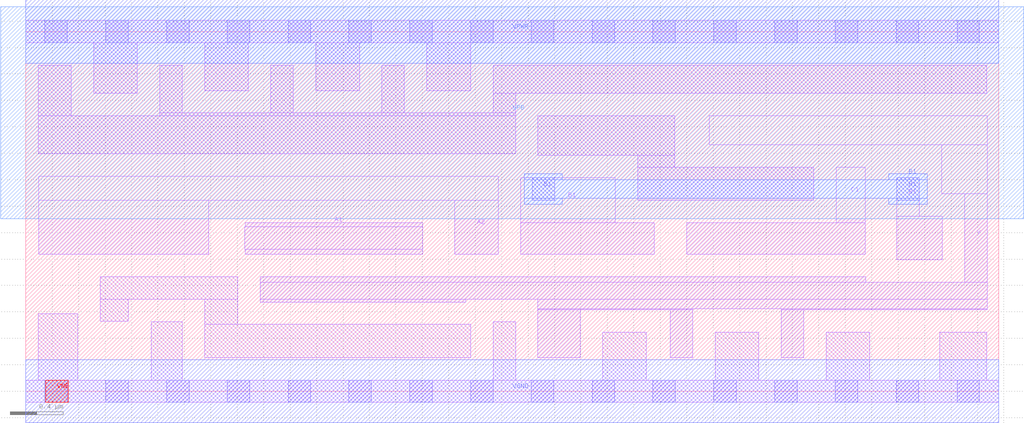
<source format=lef>
# Copyright 2020 The SkyWater PDK Authors
#
# Licensed under the Apache License, Version 2.0 (the "License");
# you may not use this file except in compliance with the License.
# You may obtain a copy of the License at
#
#     https://www.apache.org/licenses/LICENSE-2.0
#
# Unless required by applicable law or agreed to in writing, software
# distributed under the License is distributed on an "AS IS" BASIS,
# WITHOUT WARRANTIES OR CONDITIONS OF ANY KIND, either express or implied.
# See the License for the specific language governing permissions and
# limitations under the License.
#
# SPDX-License-Identifier: Apache-2.0

VERSION 5.7 ;
  NOWIREEXTENSIONATPIN ON ;
  DIVIDERCHAR "/" ;
  BUSBITCHARS "[]" ;
MACRO sky130_fd_sc_hd__a211oi_4
  CLASS CORE ;
  FOREIGN sky130_fd_sc_hd__a211oi_4 ;
  ORIGIN  0.000000  0.000000 ;
  SIZE  7.360000 BY  2.720000 ;
  SYMMETRY X Y R90 ;
  SITE unithd ;
  PIN A1
    ANTENNAGATEAREA  0.990000 ;
    DIRECTION INPUT ;
    USE SIGNAL ;
    PORT
      LAYER li1 ;
        RECT 1.655000 1.075000 3.005000 1.245000 ;
        RECT 1.660000 1.035000 3.005000 1.075000 ;
        RECT 1.660000 1.245000 3.005000 1.275000 ;
    END
  END A1
  PIN A2
    ANTENNAGATEAREA  0.990000 ;
    DIRECTION INPUT ;
    USE SIGNAL ;
    PORT
      LAYER li1 ;
        RECT 0.100000 1.035000 1.385000 1.445000 ;
        RECT 0.100000 1.445000 3.575000 1.625000 ;
        RECT 3.245000 1.035000 3.575000 1.445000 ;
    END
  END A2
  PIN B1
    ANTENNAGATEAREA  0.990000 ;
    DIRECTION INPUT ;
    USE SIGNAL ;
    PORT
      LAYER li1 ;
        RECT 3.745000 1.035000 4.755000 1.275000 ;
        RECT 3.745000 1.275000 4.460000 1.615000 ;
      LAYER mcon ;
        RECT 3.830000 1.445000 4.000000 1.615000 ;
    END
    PORT
      LAYER li1 ;
        RECT 6.590000 0.995000 6.935000 1.325000 ;
        RECT 6.590000 1.325000 6.760000 1.615000 ;
      LAYER mcon ;
        RECT 6.590000 1.445000 6.760000 1.615000 ;
    END
    PORT
      LAYER met1 ;
        RECT 3.770000 1.415000 4.060000 1.460000 ;
        RECT 3.770000 1.460000 6.820000 1.600000 ;
        RECT 3.770000 1.600000 4.060000 1.645000 ;
        RECT 6.530000 1.415000 6.820000 1.460000 ;
        RECT 6.530000 1.600000 6.820000 1.645000 ;
    END
  END B1
  PIN C1
    ANTENNAGATEAREA  0.990000 ;
    DIRECTION INPUT ;
    USE SIGNAL ;
    PORT
      LAYER li1 ;
        RECT 5.000000 1.035000 6.350000 1.275000 ;
        RECT 6.130000 1.275000 6.350000 1.695000 ;
    END
  END C1
  PIN Y
    ANTENNADIFFAREA  1.685000 ;
    DIRECTION OUTPUT ;
    USE SIGNAL ;
    PORT
      LAYER li1 ;
        RECT 1.775000 0.675000 3.330000 0.695000 ;
        RECT 1.775000 0.695000 7.275000 0.825000 ;
        RECT 1.775000 0.825000 6.355000 0.865000 ;
        RECT 3.875000 0.255000 4.195000 0.615000 ;
        RECT 3.875000 0.615000 5.045000 0.625000 ;
        RECT 3.875000 0.625000 7.275000 0.695000 ;
        RECT 4.875000 0.255000 5.045000 0.615000 ;
        RECT 5.170000 1.865000 7.275000 2.085000 ;
        RECT 5.715000 0.255000 5.885000 0.615000 ;
        RECT 5.715000 0.615000 7.275000 0.625000 ;
        RECT 6.930000 1.495000 7.275000 1.865000 ;
        RECT 7.105000 0.825000 7.275000 1.495000 ;
    END
  END Y
  PIN VGND
    DIRECTION INOUT ;
    SHAPE ABUTMENT ;
    USE GROUND ;
    PORT
      LAYER met1 ;
        RECT 0.000000 -0.240000 7.360000 0.240000 ;
    END
  END VGND
  PIN VNB
    DIRECTION INOUT ;
    USE GROUND ;
    PORT
      LAYER pwell ;
        RECT 0.150000 -0.085000 0.320000 0.085000 ;
    END
  END VNB
  PIN VPB
    DIRECTION INOUT ;
    USE POWER ;
    PORT
      LAYER nwell ;
        RECT -0.190000 1.305000 7.550000 2.910000 ;
    END
  END VPB
  PIN VPWR
    DIRECTION INOUT ;
    SHAPE ABUTMENT ;
    USE POWER ;
    PORT
      LAYER met1 ;
        RECT 0.000000 2.480000 7.360000 2.960000 ;
    END
  END VPWR
  OBS
    LAYER li1 ;
      RECT 0.000000 -0.085000 7.360000 0.085000 ;
      RECT 0.000000  2.635000 7.360000 2.805000 ;
      RECT 0.095000  0.085000 0.395000 0.585000 ;
      RECT 0.095000  1.795000 3.705000 2.085000 ;
      RECT 0.095000  2.085000 0.345000 2.465000 ;
      RECT 0.515000  2.255000 0.845000 2.635000 ;
      RECT 0.565000  0.530000 0.775000 0.695000 ;
      RECT 0.565000  0.695000 1.605000 0.865000 ;
      RECT 0.950000  0.085000 1.185000 0.525000 ;
      RECT 1.015000  2.085000 3.705000 2.105000 ;
      RECT 1.015000  2.105000 1.185000 2.465000 ;
      RECT 1.355000  0.255000 3.365000 0.505000 ;
      RECT 1.355000  0.505000 1.605000 0.695000 ;
      RECT 1.355000  2.275000 1.685000 2.635000 ;
      RECT 1.855000  2.105000 2.025000 2.465000 ;
      RECT 2.195000  2.275000 2.525000 2.635000 ;
      RECT 2.695000  2.105000 2.865000 2.465000 ;
      RECT 3.035000  2.275000 3.365000 2.635000 ;
      RECT 3.535000  0.085000 3.705000 0.525000 ;
      RECT 3.535000  2.105000 3.705000 2.255000 ;
      RECT 3.535000  2.255000 7.270000 2.465000 ;
      RECT 3.875000  1.785000 4.910000 2.085000 ;
      RECT 4.365000  0.085000 4.695000 0.445000 ;
      RECT 4.630000  1.445000 5.960000 1.695000 ;
      RECT 4.630000  1.695000 4.910000 1.785000 ;
      RECT 5.215000  0.085000 5.545000 0.445000 ;
      RECT 6.055000  0.085000 6.385000 0.445000 ;
      RECT 6.915000  0.085000 7.270000 0.445000 ;
    LAYER mcon ;
      RECT 0.145000 -0.085000 0.315000 0.085000 ;
      RECT 0.145000  2.635000 0.315000 2.805000 ;
      RECT 0.605000 -0.085000 0.775000 0.085000 ;
      RECT 0.605000  2.635000 0.775000 2.805000 ;
      RECT 1.065000 -0.085000 1.235000 0.085000 ;
      RECT 1.065000  2.635000 1.235000 2.805000 ;
      RECT 1.525000 -0.085000 1.695000 0.085000 ;
      RECT 1.525000  2.635000 1.695000 2.805000 ;
      RECT 1.985000 -0.085000 2.155000 0.085000 ;
      RECT 1.985000  2.635000 2.155000 2.805000 ;
      RECT 2.445000 -0.085000 2.615000 0.085000 ;
      RECT 2.445000  2.635000 2.615000 2.805000 ;
      RECT 2.905000 -0.085000 3.075000 0.085000 ;
      RECT 2.905000  2.635000 3.075000 2.805000 ;
      RECT 3.365000 -0.085000 3.535000 0.085000 ;
      RECT 3.365000  2.635000 3.535000 2.805000 ;
      RECT 3.825000 -0.085000 3.995000 0.085000 ;
      RECT 3.825000  2.635000 3.995000 2.805000 ;
      RECT 4.285000 -0.085000 4.455000 0.085000 ;
      RECT 4.285000  2.635000 4.455000 2.805000 ;
      RECT 4.745000 -0.085000 4.915000 0.085000 ;
      RECT 4.745000  2.635000 4.915000 2.805000 ;
      RECT 5.205000 -0.085000 5.375000 0.085000 ;
      RECT 5.205000  2.635000 5.375000 2.805000 ;
      RECT 5.665000 -0.085000 5.835000 0.085000 ;
      RECT 5.665000  2.635000 5.835000 2.805000 ;
      RECT 6.125000 -0.085000 6.295000 0.085000 ;
      RECT 6.125000  2.635000 6.295000 2.805000 ;
      RECT 6.585000 -0.085000 6.755000 0.085000 ;
      RECT 6.585000  2.635000 6.755000 2.805000 ;
      RECT 7.045000 -0.085000 7.215000 0.085000 ;
      RECT 7.045000  2.635000 7.215000 2.805000 ;
  END
END sky130_fd_sc_hd__a211oi_4
END LIBRARY

</source>
